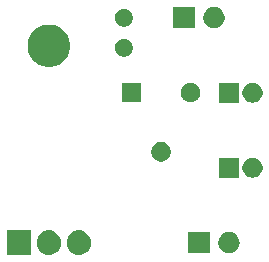
<source format=gbr>
G04 #@! TF.GenerationSoftware,KiCad,Pcbnew,(5.1.5)-3*
G04 #@! TF.CreationDate,2020-04-12T20:05:31+01:00*
G04 #@! TF.ProjectId,LM317 regulator breakout board,4c4d3331-3720-4726-9567-756c61746f72,rev?*
G04 #@! TF.SameCoordinates,Original*
G04 #@! TF.FileFunction,Soldermask,Top*
G04 #@! TF.FilePolarity,Negative*
%FSLAX46Y46*%
G04 Gerber Fmt 4.6, Leading zero omitted, Abs format (unit mm)*
G04 Created by KiCad (PCBNEW (5.1.5)-3) date 2020-04-12 20:05:31*
%MOMM*%
%LPD*%
G04 APERTURE LIST*
%ADD10C,0.100000*%
G04 APERTURE END LIST*
D10*
G36*
X155771719Y-113898520D02*
G01*
X155960880Y-113955901D01*
X155960883Y-113955902D01*
X156053333Y-114005318D01*
X156135212Y-114049083D01*
X156288015Y-114174485D01*
X156413417Y-114327288D01*
X156506599Y-114501619D01*
X156563980Y-114690780D01*
X156578500Y-114838206D01*
X156578500Y-115031793D01*
X156563980Y-115179219D01*
X156508600Y-115361782D01*
X156506598Y-115368383D01*
X156457182Y-115460833D01*
X156413417Y-115542712D01*
X156288015Y-115695515D01*
X156135212Y-115820917D01*
X155960881Y-115914099D01*
X155771720Y-115971480D01*
X155575000Y-115990855D01*
X155378281Y-115971480D01*
X155189120Y-115914099D01*
X155014788Y-115820917D01*
X154861985Y-115695515D01*
X154736583Y-115542712D01*
X154643401Y-115368381D01*
X154586020Y-115179220D01*
X154571500Y-115031794D01*
X154571500Y-114838207D01*
X154586020Y-114690781D01*
X154643401Y-114501620D01*
X154643402Y-114501617D01*
X154692818Y-114409167D01*
X154736583Y-114327288D01*
X154861985Y-114174485D01*
X155014788Y-114049083D01*
X155189119Y-113955901D01*
X155378280Y-113898520D01*
X155575000Y-113879145D01*
X155771719Y-113898520D01*
G37*
G36*
X158311719Y-113898520D02*
G01*
X158500880Y-113955901D01*
X158500883Y-113955902D01*
X158593333Y-114005318D01*
X158675212Y-114049083D01*
X158828015Y-114174485D01*
X158953417Y-114327288D01*
X159046599Y-114501619D01*
X159103980Y-114690780D01*
X159118500Y-114838206D01*
X159118500Y-115031793D01*
X159103980Y-115179219D01*
X159048600Y-115361782D01*
X159046598Y-115368383D01*
X158997182Y-115460833D01*
X158953417Y-115542712D01*
X158828015Y-115695515D01*
X158675212Y-115820917D01*
X158500881Y-115914099D01*
X158311720Y-115971480D01*
X158115000Y-115990855D01*
X157918281Y-115971480D01*
X157729120Y-115914099D01*
X157554788Y-115820917D01*
X157401985Y-115695515D01*
X157276583Y-115542712D01*
X157183401Y-115368381D01*
X157126020Y-115179220D01*
X157111500Y-115031794D01*
X157111500Y-114838207D01*
X157126020Y-114690781D01*
X157183401Y-114501620D01*
X157183402Y-114501617D01*
X157232818Y-114409167D01*
X157276583Y-114327288D01*
X157401985Y-114174485D01*
X157554788Y-114049083D01*
X157729119Y-113955901D01*
X157918280Y-113898520D01*
X158115000Y-113879145D01*
X158311719Y-113898520D01*
G37*
G36*
X154038500Y-115986000D02*
G01*
X152031500Y-115986000D01*
X152031500Y-113884000D01*
X154038500Y-113884000D01*
X154038500Y-115986000D01*
G37*
G36*
X169176000Y-115836000D02*
G01*
X167374000Y-115836000D01*
X167374000Y-114034000D01*
X169176000Y-114034000D01*
X169176000Y-115836000D01*
G37*
G36*
X170928512Y-114038927D02*
G01*
X171077812Y-114068624D01*
X171241784Y-114136544D01*
X171389354Y-114235147D01*
X171514853Y-114360646D01*
X171613456Y-114508216D01*
X171681376Y-114672188D01*
X171711073Y-114821488D01*
X171716000Y-114846258D01*
X171716000Y-115023742D01*
X171714398Y-115031794D01*
X171681376Y-115197812D01*
X171613456Y-115361784D01*
X171514853Y-115509354D01*
X171389354Y-115634853D01*
X171241784Y-115733456D01*
X171077812Y-115801376D01*
X170928512Y-115831073D01*
X170903742Y-115836000D01*
X170726258Y-115836000D01*
X170701488Y-115831073D01*
X170552188Y-115801376D01*
X170388216Y-115733456D01*
X170240646Y-115634853D01*
X170115147Y-115509354D01*
X170016544Y-115361784D01*
X169948624Y-115197812D01*
X169915602Y-115031794D01*
X169914000Y-115023742D01*
X169914000Y-114846258D01*
X169918927Y-114821488D01*
X169948624Y-114672188D01*
X170016544Y-114508216D01*
X170115147Y-114360646D01*
X170240646Y-114235147D01*
X170388216Y-114136544D01*
X170552188Y-114068624D01*
X170701488Y-114038927D01*
X170726258Y-114034000D01*
X170903742Y-114034000D01*
X170928512Y-114038927D01*
G37*
G36*
X171666000Y-109436000D02*
G01*
X169964000Y-109436000D01*
X169964000Y-107734000D01*
X171666000Y-107734000D01*
X171666000Y-109436000D01*
G37*
G36*
X173063228Y-107766703D02*
G01*
X173218100Y-107830853D01*
X173357481Y-107923985D01*
X173476015Y-108042519D01*
X173569147Y-108181900D01*
X173633297Y-108336772D01*
X173666000Y-108501184D01*
X173666000Y-108668816D01*
X173633297Y-108833228D01*
X173569147Y-108988100D01*
X173476015Y-109127481D01*
X173357481Y-109246015D01*
X173218100Y-109339147D01*
X173063228Y-109403297D01*
X172898816Y-109436000D01*
X172731184Y-109436000D01*
X172566772Y-109403297D01*
X172411900Y-109339147D01*
X172272519Y-109246015D01*
X172153985Y-109127481D01*
X172060853Y-108988100D01*
X171996703Y-108833228D01*
X171964000Y-108668816D01*
X171964000Y-108501184D01*
X171996703Y-108336772D01*
X172060853Y-108181900D01*
X172153985Y-108042519D01*
X172272519Y-107923985D01*
X172411900Y-107830853D01*
X172566772Y-107766703D01*
X172731184Y-107734000D01*
X172898816Y-107734000D01*
X173063228Y-107766703D01*
G37*
G36*
X165300935Y-106440742D02*
G01*
X165451258Y-106503008D01*
X165586545Y-106593404D01*
X165701596Y-106708455D01*
X165791992Y-106843742D01*
X165854258Y-106994065D01*
X165886000Y-107153646D01*
X165886000Y-107316354D01*
X165854258Y-107475935D01*
X165791992Y-107626258D01*
X165701596Y-107761545D01*
X165586545Y-107876596D01*
X165451258Y-107966992D01*
X165300935Y-108029258D01*
X165141354Y-108061000D01*
X164978646Y-108061000D01*
X164819065Y-108029258D01*
X164668742Y-107966992D01*
X164533455Y-107876596D01*
X164418404Y-107761545D01*
X164328008Y-107626258D01*
X164265742Y-107475935D01*
X164234000Y-107316354D01*
X164234000Y-107153646D01*
X164265742Y-106994065D01*
X164328008Y-106843742D01*
X164418404Y-106708455D01*
X164533455Y-106593404D01*
X164668742Y-106503008D01*
X164819065Y-106440742D01*
X164978646Y-106409000D01*
X165141354Y-106409000D01*
X165300935Y-106440742D01*
G37*
G36*
X173063228Y-101416703D02*
G01*
X173218100Y-101480853D01*
X173357481Y-101573985D01*
X173476015Y-101692519D01*
X173569147Y-101831900D01*
X173633297Y-101986772D01*
X173666000Y-102151184D01*
X173666000Y-102318816D01*
X173633297Y-102483228D01*
X173569147Y-102638100D01*
X173476015Y-102777481D01*
X173357481Y-102896015D01*
X173218100Y-102989147D01*
X173063228Y-103053297D01*
X172898816Y-103086000D01*
X172731184Y-103086000D01*
X172566772Y-103053297D01*
X172411900Y-102989147D01*
X172272519Y-102896015D01*
X172153985Y-102777481D01*
X172060853Y-102638100D01*
X171996703Y-102483228D01*
X171964000Y-102318816D01*
X171964000Y-102151184D01*
X171996703Y-101986772D01*
X172060853Y-101831900D01*
X172153985Y-101692519D01*
X172272519Y-101573985D01*
X172411900Y-101480853D01*
X172566772Y-101416703D01*
X172731184Y-101384000D01*
X172898816Y-101384000D01*
X173063228Y-101416703D01*
G37*
G36*
X171666000Y-103086000D02*
G01*
X169964000Y-103086000D01*
X169964000Y-101384000D01*
X171666000Y-101384000D01*
X171666000Y-103086000D01*
G37*
G36*
X167800935Y-101440742D02*
G01*
X167951258Y-101503008D01*
X168086545Y-101593404D01*
X168201596Y-101708455D01*
X168291992Y-101843742D01*
X168354258Y-101994065D01*
X168386000Y-102153646D01*
X168386000Y-102316354D01*
X168354258Y-102475935D01*
X168291992Y-102626258D01*
X168201596Y-102761545D01*
X168086545Y-102876596D01*
X167951258Y-102966992D01*
X167800935Y-103029258D01*
X167641354Y-103061000D01*
X167478646Y-103061000D01*
X167319065Y-103029258D01*
X167168742Y-102966992D01*
X167033455Y-102876596D01*
X166918404Y-102761545D01*
X166828008Y-102626258D01*
X166765742Y-102475935D01*
X166734000Y-102316354D01*
X166734000Y-102153646D01*
X166765742Y-101994065D01*
X166828008Y-101843742D01*
X166918404Y-101708455D01*
X167033455Y-101593404D01*
X167168742Y-101503008D01*
X167319065Y-101440742D01*
X167478646Y-101409000D01*
X167641354Y-101409000D01*
X167800935Y-101440742D01*
G37*
G36*
X163386000Y-103061000D02*
G01*
X161734000Y-103061000D01*
X161734000Y-101409000D01*
X163386000Y-101409000D01*
X163386000Y-103061000D01*
G37*
G36*
X156100331Y-96543211D02*
G01*
X156428092Y-96678974D01*
X156723070Y-96876072D01*
X156973928Y-97126930D01*
X157171026Y-97421908D01*
X157306789Y-97749669D01*
X157376000Y-98097616D01*
X157376000Y-98452384D01*
X157306789Y-98800331D01*
X157171026Y-99128092D01*
X156973928Y-99423070D01*
X156723070Y-99673928D01*
X156428092Y-99871026D01*
X156100331Y-100006789D01*
X155752384Y-100076000D01*
X155397616Y-100076000D01*
X155049669Y-100006789D01*
X154721908Y-99871026D01*
X154426930Y-99673928D01*
X154176072Y-99423070D01*
X153978974Y-99128092D01*
X153843211Y-98800331D01*
X153774000Y-98452384D01*
X153774000Y-98097616D01*
X153843211Y-97749669D01*
X153978974Y-97421908D01*
X154176072Y-97126930D01*
X154426930Y-96876072D01*
X154721908Y-96678974D01*
X155049669Y-96543211D01*
X155397616Y-96474000D01*
X155752384Y-96474000D01*
X156100331Y-96543211D01*
G37*
G36*
X162144059Y-97702860D02*
G01*
X162280732Y-97759472D01*
X162403735Y-97841660D01*
X162508340Y-97946265D01*
X162590528Y-98069268D01*
X162647140Y-98205941D01*
X162676000Y-98351033D01*
X162676000Y-98498967D01*
X162647140Y-98644059D01*
X162590528Y-98780732D01*
X162508340Y-98903735D01*
X162403735Y-99008340D01*
X162280732Y-99090528D01*
X162280731Y-99090529D01*
X162280730Y-99090529D01*
X162144059Y-99147140D01*
X161998968Y-99176000D01*
X161851032Y-99176000D01*
X161705941Y-99147140D01*
X161569270Y-99090529D01*
X161569269Y-99090529D01*
X161569268Y-99090528D01*
X161446265Y-99008340D01*
X161341660Y-98903735D01*
X161259472Y-98780732D01*
X161202860Y-98644059D01*
X161174000Y-98498967D01*
X161174000Y-98351033D01*
X161202860Y-98205941D01*
X161259472Y-98069268D01*
X161341660Y-97946265D01*
X161446265Y-97841660D01*
X161569268Y-97759472D01*
X161705941Y-97702860D01*
X161851032Y-97674000D01*
X161998968Y-97674000D01*
X162144059Y-97702860D01*
G37*
G36*
X169658512Y-94988927D02*
G01*
X169807812Y-95018624D01*
X169971784Y-95086544D01*
X170119354Y-95185147D01*
X170244853Y-95310646D01*
X170343456Y-95458216D01*
X170411376Y-95622188D01*
X170446000Y-95796259D01*
X170446000Y-95973741D01*
X170411376Y-96147812D01*
X170343456Y-96311784D01*
X170244853Y-96459354D01*
X170119354Y-96584853D01*
X169971784Y-96683456D01*
X169807812Y-96751376D01*
X169658512Y-96781073D01*
X169633742Y-96786000D01*
X169456258Y-96786000D01*
X169431488Y-96781073D01*
X169282188Y-96751376D01*
X169118216Y-96683456D01*
X168970646Y-96584853D01*
X168845147Y-96459354D01*
X168746544Y-96311784D01*
X168678624Y-96147812D01*
X168644000Y-95973741D01*
X168644000Y-95796259D01*
X168678624Y-95622188D01*
X168746544Y-95458216D01*
X168845147Y-95310646D01*
X168970646Y-95185147D01*
X169118216Y-95086544D01*
X169282188Y-95018624D01*
X169431488Y-94988927D01*
X169456258Y-94984000D01*
X169633742Y-94984000D01*
X169658512Y-94988927D01*
G37*
G36*
X167906000Y-96786000D02*
G01*
X166104000Y-96786000D01*
X166104000Y-94984000D01*
X167906000Y-94984000D01*
X167906000Y-96786000D01*
G37*
G36*
X162144059Y-95162860D02*
G01*
X162197865Y-95185147D01*
X162280732Y-95219472D01*
X162403735Y-95301660D01*
X162508340Y-95406265D01*
X162543054Y-95458218D01*
X162590529Y-95529270D01*
X162647140Y-95665941D01*
X162676000Y-95811032D01*
X162676000Y-95958968D01*
X162673061Y-95973742D01*
X162647140Y-96104059D01*
X162590528Y-96240732D01*
X162508340Y-96363735D01*
X162403735Y-96468340D01*
X162280732Y-96550528D01*
X162280731Y-96550529D01*
X162280730Y-96550529D01*
X162144059Y-96607140D01*
X161998968Y-96636000D01*
X161851032Y-96636000D01*
X161705941Y-96607140D01*
X161569270Y-96550529D01*
X161569269Y-96550529D01*
X161569268Y-96550528D01*
X161446265Y-96468340D01*
X161341660Y-96363735D01*
X161259472Y-96240732D01*
X161202860Y-96104059D01*
X161176939Y-95973742D01*
X161174000Y-95958968D01*
X161174000Y-95811032D01*
X161202860Y-95665941D01*
X161259471Y-95529270D01*
X161306946Y-95458218D01*
X161341660Y-95406265D01*
X161446265Y-95301660D01*
X161569268Y-95219472D01*
X161652136Y-95185147D01*
X161705941Y-95162860D01*
X161851032Y-95134000D01*
X161998968Y-95134000D01*
X162144059Y-95162860D01*
G37*
M02*

</source>
